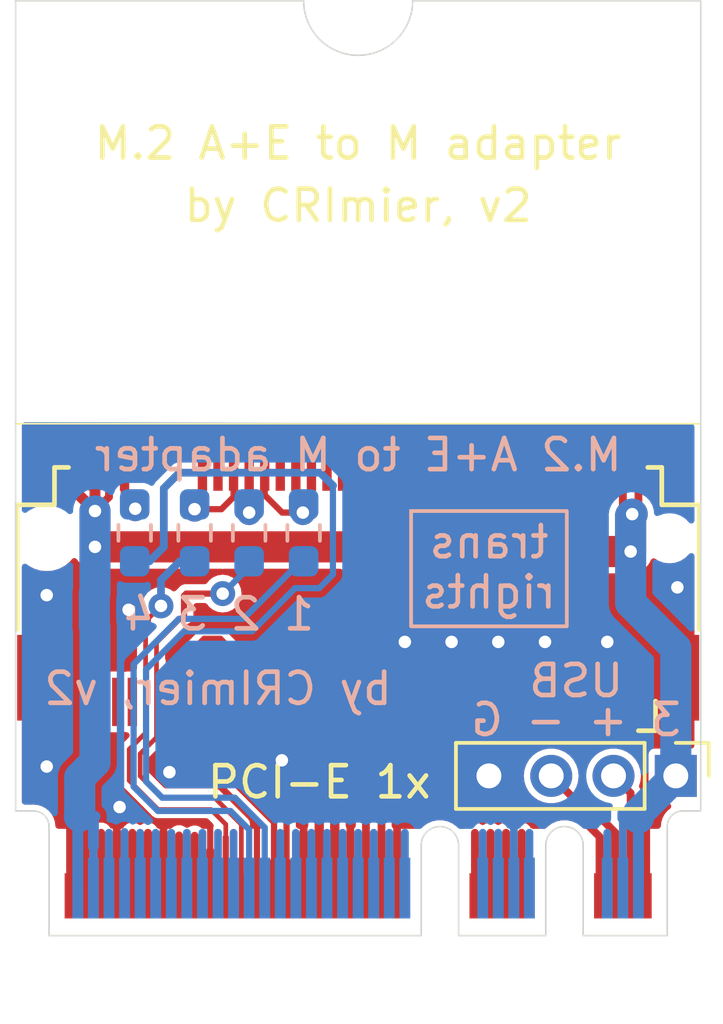
<source format=kicad_pcb>
(kicad_pcb (version 20211014) (generator pcbnew)
  (layers (0 "F.Cu" signal) (31 "B.Cu" signal) (34 "B.Paste" user) (35 "F.Paste" user) (36 "B.SilkS" user "B.Silkscreen") (37 "F.SilkS" user "F.Silkscreen") (38 "B.Mask" user) (39 "F.Mask" user) (44 "Edge.Cuts" user))
  (net 0 "")
  (net 1 "DEVSLP")
  (net 2 "Net-(R3-Pad2)")
  (net 3 "~{PERST}")
  (net 4 "~{CLKREQ}")
  (net 5 "~{PEWAKE}")
  (net 6 "GND")
  (net 7 "+3V3")
  (net 8 "/PCIE_~{SATA}")
  (net 9 "Net-(U1-Pad67)")
  (net 10 "Net-(U1-Pad58)")
  (net 11 "Net-(U1-Pad56)")
  (net 12 "/REFCLK+")
  (net 13 "/REFCLK-")
  (net 14 "/PET0+")
  (net 15 "Net-(U1-Pad48)")
  (net 16 "/PET0-")
  (net 17 "Net-(U1-Pad46)")
  (net 18 "Net-(U1-Pad44)")
  (net 19 "/PER0+")
  (net 20 "Net-(U1-Pad42)")
  (net 21 "/PER0-")
  (net 22 "Net-(U1-Pad40)")
  (net 23 "Net-(U1-Pad36)")
  (net 24 "Net-(U1-Pad34)")
  (net 25 "Net-(U1-Pad32)")
  (net 26 "Net-(U1-Pad30)")
  (net 27 "Net-(U1-Pad28)")
  (net 28 "Net-(U1-Pad26)")
  (net 29 "Net-(U1-Pad25)")
  (net 30 "Net-(U1-Pad24)")
  (net 31 "Net-(U1-Pad23)")
  (net 32 "Net-(U1-Pad22)")
  (net 33 "Net-(U1-Pad20)")
  (net 34 "Net-(U1-Pad11)")
  (net 35 "Net-(U1-Pad8)")
  (net 36 "Net-(U1-Pad7)")
  (net 37 "Net-(U1-Pad6)")
  (net 38 "Net-(U1-Pad5)")
  (net 39 "Net-(U1-Pad13)")
  (net 40 "Net-(U1-Pad17)")
  (net 41 "Net-(U1-Pad19)")
  (net 42 "Net-(U2-Pad67)")
  (net 43 "Net-(U2-Pad58)")
  (net 44 "Net-(U2-Pad56)")
  (net 45 "Net-(U2-Pad48)")
  (net 46 "Net-(U2-Pad46)")
  (net 47 "Net-(U2-Pad44)")
  (net 48 "Net-(U2-Pad42)")
  (net 49 "Net-(U2-Pad40)")
  (net 50 "Net-(U2-Pad36)")
  (net 51 "Net-(U2-Pad34)")
  (net 52 "Net-(U2-Pad32)")
  (net 53 "Net-(U2-Pad23)")
  (net 54 "Net-(U2-Pad22)")
  (net 55 "Net-(U2-Pad20)")
  (net 56 "D+")
  (net 57 "D-")
  (net 58 "Net-(U2-Pad6)")
  (net 59 "Net-(R1-Pad1)")
  (net 60 "Net-(R2-Pad1)")
  (net 61 "Net-(U1-Pad10)")
  (net 62 "Net-(U1-Pad29)")
  (net 63 "Net-(U1-Pad31)")
  (net 64 "Net-(U2-Pad16)")
  (net 65 "Net-(U2-Pad17)")
  (net 66 "Net-(U2-Pad19)")
  (net 67 "Net-(U2-Pad21)")
  (net 68 "Net-(U2-Pad38)")
  (net 69 "Net-(U2-Pad54)")
  (net 70 "Net-(U2-Pad59)")
  (net 71 "Net-(U2-Pad60)")
  (net 72 "Net-(U2-Pad61)")
  (net 73 "Net-(U2-Pad62)")
  (net 74 "Net-(U2-Pad64)")
  (net 75 "Net-(U2-Pad65)")
  (net 76 "Net-(U2-Pad66)")
  (net 77 "Net-(U2-Pad68)")
  (net 78 "Net-(U2-Pad70)")
  (net 79 "Net-(U2-Pad71)")
  (net 80 "Net-(U2-Pad73)")
  (net 81 "Net-(R4-Pad2)")
  (net 82 "SUSCLK")
  (footprint "nvme_ae_to_m:Conn_TE-M.2-0.5-67P-doublesided_TypeM" (layer "F.Cu") (at 140 158.15 180)
    (fp_text reference "U1")
    (fp_text value "NGFF_M")
    (fp_line (start -9.55 -6.2) (end -9 -6.2) (layer "F.SilkS") (width 0.15))
    (fp_line (start 9.75 2.25) (end 9.3 2.25) (layer "F.SilkS") (width 0.15))
    (fp_line (start -9.75 1.05) (end -10.95 1.05) (layer "F.SilkS") (width 0.15))
    (fp_line (start -9.3 2.25) (end -9.75 2.25) (layer "F.SilkS") (width 0.15))
    (fp_line (start -10.95 1.05) (end -10.95 -2.95) (layer "F.SilkS") (width 0.15))
    (fp_line (start -9.55 -5.25) (end -9.55 -6.2) (layer "F.SilkS") (width 0.15))
    (fp_line (start 10.95 1.05) (end 10.95 -2.95) (layer "F.SilkS") (width 0.15))
    (fp_line (start 9.75 1.05) (end 9.75 2.25) (layer "F.SilkS") (width 0.15))
    (fp_line (start -9.75 2.25) (end -9.75 1.05) (layer "F.SilkS") (width 0.15))
    (fp_line (start 10.95 1.05) (end 9.75 1.05) (layer "F.SilkS") (width 0.15))
    (pad "" np_thru_hole circle locked (at -10 -0.025 180) (size 1.1 1.1) (drill 1.1) (layers *.Cu))
    (pad "" np_thru_hole circle locked (at 10 -0.025 180) (size 1.6 1.6) (drill 1.6) (layers *.Cu))
    (pad "1" smd rect locked (at -9.25 -5.275 180) (size 0.3 1.55) (layers "F.Cu" "F.Paste" "F.Mask") (net 6 "GND"))
    (pad "2" smd rect locked (at -9 2.275 180) (size 0.3 1.55) (layers "F.Cu" "F.Paste" "F.Mask") (net 7 "+3V3"))
    (pad "3" smd rect locked (at -8.75 -5.275 180) (size 0.3 1.55) (layers "F.Cu" "F.Paste" "F.Mask") (net 6 "GND"))
    (pad "4" smd rect locked (at -8.5 2.275 180) (size 0.3 1.55) (layers "F.Cu" "F.Paste" "F.Mask") (net 7 "+3V3"))
    (pad "5" smd rect locked (at -8.25 -5.275 180) (size 0.3 1.55) (layers "F.Cu" "F.Paste" "F.Mask") (net 38 "Net-(U1-Pad5)"))
    (pad "6" smd rect locked (at -8 2.275 180) (size 0.3 1.55) (layers "F.Cu" "F.Paste" "F.Mask") (net 37 "Net-(U1-Pad6)"))
    (pad "7" smd rect locked (at -7.75 -5.275 180) (size 0.3 1.55) (layers "F.Cu" "F.Paste" "F.Mask") (net 36 "Net-(U1-Pad7)"))
    (pad "8" smd rect locked (at -7.5 2.275 180) (size 0.3 1.55) (layers "F.Cu" "F.Paste" "F.Mask") (net 35 "Net-(U1-Pad8)"))
    (pad "9" smd rect locked (at -7.25 -5.275 180) (size 0.3 1.55) (layers "F.Cu" "F.Paste" "F.Mask") (net 6 "GND"))
    (pad "10" smd rect locked (at -7 2.275 180) (size 0.3 1.55) (layers "F.Cu" "F.Paste" "F.Mask") (net 61 "Net-(U1-Pad10)"))
    (pad "11" smd rect locked (at -6.75 -5.275 180) (size 0.3 1.55) (layers "F.Cu" "F.Paste" "F.Mask") (net 34 "Net-(U1-Pad11)"))
    (pad "12" smd rect locked (at -6.5 2.275 180) (size 0.3 1.55) (layers "F.Cu" "F.Paste" "F.Mask") (net 7 "+3V3"))
    (pad "13" smd rect locked (at -6.25 -5.275 180) (size 0.3 1.55) (layers "F.Cu" "F.Paste" "F.Mask") (net 39 "Net-(U1-Pad13)"))
    (pad "14" smd rect locked (at -6 2.275 180) (size 0.3 1.55) (layers "F.Cu" "F.Paste" "F.Mask") (net 7 "+3V3"))
    (pad "15" smd rect locked (at -5.75 -5.275 180) (size 0.3 1.55) (layers "F.Cu" "F.Paste" "F.Mask") (net 6 "GND"))
    (pad "16" smd rect locked (at -5.5 2.275 180) (size 0.3 1.55) (layers "F.Cu" "F.Paste" "F.Mask") (net 7 "+3V3"))
    (pad "17" smd rect locked (at -5.25 -5.275 180) (size 0.3 1.55) (layers "F.Cu" "F.Paste" "F.Mask") (net 40 "Net-(U1-Pad17)"))
    (pad "18" smd rect locked (at -5 2.275 180) (size 0.3 1.55) (layers "F.Cu" "F.Paste" "F.Mask") (net 7 "+3V3"))
    (pad "19" smd rect locked (at -4.75 -5.275 180) (size 0.3 1.55) (layers "F.Cu" "F.Paste" "F.Mask") (net 41 "Net-(U1-Pad19)"))
    (pad "20" smd rect locked (at -4.5 2.275 180) (size 0.3 1.55) (layers "F.Cu" "F.Paste" "F.Mask") (net 33 "Net-(U1-Pad20)"))
    (pad "21" smd rect locked (at -4.25 -5.275 180) (size 0.3 1.55) (layers "F.Cu" "F.Paste" "F.Mask") (net 6 "GND"))
    (pad "22" smd rect locked (at -4 2.275 180) (size 0.3 1.55) (layers "F.Cu" "F.Paste" "F.Mask") (net 32 "Net-(U1-Pad22)"))
    (pad "23" smd rect locked (at -3.75 -5.275 180) (size 0.3 1.55) (layers "F.Cu" "F.Paste" "F.Mask") (net 31 "Net-(U1-Pad23)"))
    (pad "24" smd rect locked (at -3.5 2.275 180) (size 0.3 1.55) (layers "F.Cu" "F.Paste" "F.Mask") (net 30 "Net-(U1-Pad24)"))
    (pad "25" smd rect locked (at -3.25 -5.275 180) (size 0.3 1.55) (layers "F.Cu" "F.Paste" "F.Mask") (net 29 "Net-(U1-Pad25)"))
    (pad "26" smd rect locked (at -3 2.275 180) (size 0.3 1.55) (layers "F.Cu" "F.Paste" "F.Mask") (net 28 "Net-(U1-Pad26)"))
    (pad "27" smd rect locked (at -2.75 -5.275 180) (size 0.3 1.55) (layers "F.Cu" "F.Paste" "F.Mask") (net 6 "GND"))
    (pad "28" smd rect locked (at -2.5 2.275 180) (size 0.3 1.55) (layers "F.Cu" "F.Paste" "F.Mask") (net 27 "Net-(U1-Pad28)"))
    (pad "29" smd rect locked (at -2.25 -5.275 180) (size 0.3 1.55) (layers "F.Cu" "F.Paste" "F.Mask") (net 62 "Net-(U1-Pad29)"))
    (pad "30" smd rect locked (at -2 2.275 180) (size 0.3 1.55) (layers "F.Cu" "F.Paste" "F.Mask") (net 26 "Net-(U1-Pad30)"))
    (pad "31" smd rect locked (at -1.75 -5.275 180) (size 0.3 1.55) (layers "F.Cu" "F.Paste" "F.Mask") (net 63 "Net-(U1-Pad31)"))
    (pad "32" smd rect locked (at -1.5 2.275 180) (size 0.3 1.55) (layers "F.Cu" "F.Paste" "F.Mask") (net 25 "Net-(U1-Pad32)"))
    (pad "33" smd rect locked (at -1.25 -5.275 180) (size 0.3 1.55) (layers "F.Cu" "F.Paste" "F.Mask") (net 6 "GND"))
    (pad "34" smd rect locked (at -1 2.275 180) (size 0.3 1.55) (layers "F.Cu" "F.Paste" "F.Mask") (net 24 "Net-(U1-Pad34)"))
    (pad "36" smd rect locked (at -0.5 2.275 180) (size 0.3 1.55) (layers "F.Cu" "F.Paste" "F.Mask") (net 23 "Net-(U1-Pad36)"))
    (pad "38" smd rect locked (at 0 2.275 180) (size 0.3 1.55) (layers "F.Cu" "F.Paste" "F.Mask") (net 1 "DEVSLP"))
    (pad "39" smd rect locked (at 0.25 -5.275 180) (size 0.3 1.55) (layers "F.Cu" "F.Paste" "F.Mask") (net 6 "GND"))
    (pad "40" smd rect locked (at 0.5 2.275 180) (size 0.3 1.55) (layers "F.Cu" "F.Paste" "F.Mask") (net 22 "Net-(U1-Pad40)"))
    (pad "41" smd rect locked (at 0.75 -5.275 180) (size 0.3 1.55) (layers "F.Cu" "F.Paste" "F.Mask") (net 14 "/PET0+"))
    (pad "42" smd rect locked (at 1 2.275 180) (size 0.3 1.55) (layers "F.Cu" "F.Paste" "F.Mask") (net 20 "Net-(U1-Pad42)"))
    (pad "43" smd rect locked (at 1.25 -5.275 180) (size 0.3 1.55) (layers "F.Cu" "F.Paste" "F.Mask") (net 16 "/PET0-"))
    (pad "44" smd rect locked (at 1.5 2.275 180) (size 0.3 1.55) (layers "F.Cu" "F.Paste" "F.Mask") (net 18 "Net-(U1-Pad44)"))
    (pad "45" smd rect locked (at 1.75 -5.275 180) (size 0.3 1.55) (layers "F.Cu" "F.Paste" "F.Mask") (net 6 "GND"))
    (pad "46" smd rect locked (at 2 2.275 180) (size 0.3 1.55) (layers "F.Cu" "F.Paste" "F.Mask") (net 17 "Net-(U1-Pad46)"))
    (pad "47" smd rect locked (at 2.25 -5.275 180) (size 0.3 1.55) (layers "F.Cu" "F.Paste" "F.Mask") (net 21 "/PER0-"))
    (pad "48" smd rect locked (at 2.5 2.275 180) (size 0.3 1.55) (layers "F.Cu" "F.Paste" "F.Mask") (net 15 "Net-(U1-Pad48)"))
    (pad "49" smd rect locked (at 2.75 -5.275 180) (size 0.3 1.55) (layers "F.Cu" "F.Paste" "F.Mask") (net 19 "/PER0+"))
    (pad "50" smd rect locked (at 3 2.275 180) (size 0.3 1.55) (layers "F.Cu" "F.Paste" "F.Mask") (net 3 "~{PERST}"))
    (pad "51" smd rect locked (at 3.25 -5.275 180) (size 0.3 1.55) (layers "F.Cu" "F.Paste" "F.Mask") (net 6 "GND"))
    (pad "52" smd rect locked (at 3.5 2.275 180) (size 0.3 1.55) (layers "F.Cu" "F.Paste" "F.Mask") (net 4 "~{CLKREQ}"))
    (pad "53" smd rect locked (at 3.75 -5.275 180) (size 0.3 1.55) (layers "F.Cu" "F.Paste" "F.Mask") (net 13 "/REFCLK-"))
    (pad "54" smd rect locked (at 4 2.275 180) (size 0.3 1.55) (layers "F.Cu" "F.Paste" "F.Mask") (net 5 "~{PEWAKE}"))
    (pad "55" smd rect locked (at 4.25 -5.275 180) (size 0.3 1.55) (layers "F.Cu" "F.Paste" "F.Mask") (net 12 "/REFCLK+"))
    (pad "56" smd rect locked (at 4.5 2.275 180) (size 0.3 1.55) (layers "F.Cu" "F.Paste" "F.Mask") (net 11 "Net-(U1-Pad56)"))
    (pad "57" smd rect locked (at 4.75 -5.275 180) (size 0.3 1.55) (layers "F.Cu" "F.Paste" "F.Mask") (net 6 "GND"))
    (pad "58" smd rect locked (at 5 2.275 180) (size 0.3 1.55) (layers "F.Cu" "F.Paste" "F.Mask") (net 10 "Net-(U1-Pad58)"))
    (pad "67" smd rect locked (at 7.25 -5.275 180) (size 0.3 1.55) (layers "F.Cu" "F.Paste" "F.Mask") (net 9 "Net-(U1-Pad67)"))
    (pad "68" smd rect locked (at 7.5 2.275 180) (size 0.3 1.55) (layers "F.Cu" "F.Paste" "F.Mask") (net 82 "SUSCLK"))
    (pad "69" smd rect locked (at 7.75 -5.275 180) (size 0.3 1.55) (layers "F.Cu" "F.Paste" "F.Mask") (net 8 "/PCIE_~{SATA}"))
    (pad "70" smd rect locked (at 8 2.275 180) (size 0.3 1.55) (layers "F.Cu" "F.Paste" "F.Mask") (net 7 "+3V3"))
    (pad "71" smd rect locked (at 8.25 -5.275 180) (size 0.3 1.55) (layers "F.Cu" "F.Paste" "F.Mask") (net 6 "GND"))
    (pad "72" smd rect locked (at 8.5 2.275 180) (size 0.3 1.55) (layers "F.Cu" "F.Paste" "F.Mask") (net 7 "+3V3"))
    (pad "73" smd rect locked (at 8.75 -5.275 180) (size 0.3 1.55) (layers "F.Cu" "F.Paste" "F.Mask") (net 6 "GND"))
    (pad "74" smd rect locked (at 9 2.275 180) (size 0.3 1.55) (layers "F.Cu" "F.Paste" "F.Mask") (net 7 "+3V3"))
    (pad "75" smd rect locked (at 9.25 -5.275 180) (size 0.3 1.55) (layers "F.Cu" "F.Paste" "F.Mask") (net 6 "GND"))
    (pad "MP" smd rect locked (at 10.35 -4.5 180) (size 1.2 2.75) (layers "F.Cu" "F.Paste" "F.Mask") (net 6 "GND"))
    (pad "MP" smd rect locked (at -10.35 -4.5 180) (size 1.2 2.75) (layers "F.Cu" "F.Paste" "F.Mask") (net 6 "GND"))
  )
  (footprint "Connector_PinHeader_2.00mm:PinHeader_1x04_P2.00mm_Vertical" (layer "F.Cu") (at 150.2 165.8 -90)
    (fp_text reference "J1" hide)
    (fp_text value "USB")
    (fp_line (start 1.06 1) (end 1.06 7.06) (layer "F.SilkS") (width 0.12))
    (fp_line (start -1.06 7.06) (end 1.06 7.06) (layer "F.SilkS") (width 0.12))
    (fp_line (start -1.06 1) (end -1.06 7.06) (layer "F.SilkS") (width 0.12))
    (fp_line (start -1.06 1) (end 1.06 1) (layer "F.SilkS") (width 0.12))
    (fp_line (start -1.06 0) (end -1.06 -1.06) (layer "F.SilkS") (width 0.12))
    (fp_line (start -1.06 -1.06) (end 0 -1.06) (layer "F.SilkS") (width 0.12))
    (pad "1" thru_hole rect locked (at 0 0 270) (size 1.35 1.35) (drill 0.8) (layers *.Cu *.Mask) (net 7 "+3V3"))
    (pad "2" thru_hole oval locked (at 0 2 270) (size 1.35 1.35) (drill 0.8) (layers *.Cu *.Mask) (net 56 "D+"))
    (pad "3" thru_hole oval locked (at 0 4 270) (size 1.35 1.35) (drill 0.8) (layers *.Cu *.Mask) (net 57 "D-"))
    (pad "4" thru_hole oval locked (at 0 6 270) (size 1.35 1.35) (drill 0.8) (layers *.Cu *.Mask) (net 6 "GND"))
  )
  (footprint "nvme_ae_to_m:NGFF_A+E" (layer "F.Cu") (at 140 170.925)
    (fp_text reference "U2" hide)
    (fp_text value "NGFF_AE")
    (fp_line (start 2.025 0) (end 2.025 -2.9) (layer "Edge.Cuts") (width 0.05))
    (fp_line (start 7.225 0) (end 9.925 0) (layer "Edge.Cuts") (width 0.05))
    (fp_line (start 3.225 0) (end 6.025 0) (layer "Edge.Cuts") (width 0.05))
    (fp_line (start 7.225 -2.9) (end 7.225 0) (layer "Edge.Cuts") (width 0.05))
    (fp_line (start 9.925 0) (end 9.925 -3.5) (layer "Edge.Cuts") (width 0.05))
    (fp_line (start 10.425 -4) (end 11 -4) (layer "Edge.Cuts") (width 0.05))
    (fp_line (start -11 -4) (end -10.425 -4) (layer "Edge.Cuts") (width 0.05))
    (fp_line (start -9.925 0) (end 2.025 0) (layer "Edge.Cuts") (width 0.05))
    (fp_line (start 3.225 -2.9) (end 3.225 0) (layer "Edge.Cuts") (width 0.05))
    (fp_line (start -9.925 -3.5) (end -9.925 0) (layer "Edge.Cuts") (width 0.05))
    (fp_line (start 6.025 0) (end 6.025 -2.9) (layer "Edge.Cuts") (width 0.05))
    (fp_arc (start 2.025 -2.9) (mid 2.625 -3.5) (end 3.225 -2.9) (layer "Edge.Cuts") (width 0.05))
    (fp_arc (start 9.925 -3.5) (mid 10.071447 -3.853553) (end 10.425 -4) (layer "Edge.Cuts") (width 0.05))
    (fp_arc (start -10.425 -4) (mid -10.071447 -3.853553) (end -9.925 -3.5) (layer "Edge.Cuts") (width 0.05))
    (fp_arc (start 6.025 -2.9) (mid 6.625 -3.5) (end 7.225 -2.9) (layer "Edge.Cuts") (width 0.05))
    (pad "1" smd rect locked (at 9.25 -1.275) (size 0.35 1.45) (layers "F.Cu") (net 6 "GND"))
    (pad "2" smd rect locked (at 9 -1.525) (size 0.35 1.95) (layers "B.Cu") (net 7 "+3V3"))
    (pad "3" smd rect locked (at 8.75 -1.275) (size 0.35 1.45) (layers "F.Cu") (net 56 "D+"))
    (pad "4" smd rect locked (at 8.5 -1.525) (size 0.35 1.95) (layers "B.Cu") (net 7 "+3V3"))
    (pad "5" smd rect locked (at 8.25 -1.275) (size 0.35 1.45) (layers "F.Cu") (net 57 "D-"))
    (pad "6" smd rect locked (at 8 -1.525) (size 0.35 1.95) (layers "B.Cu") (net 58 "Net-(U2-Pad6)"))
    (pad "7" smd rect locked (at 7.75 -1.275) (size 0.35 1.45) (layers "F.Cu") (net 6 "GND"))
    (pad "16" smd rect locked (at 5.5 -1.525) (size 0.35 1.95) (layers "B.Cu") (net 64 "Net-(U2-Pad16)"))
    (pad "17" smd rect locked (at 5.25 -1.275) (size 0.35 1.45) (layers "F.Cu") (net 65 "Net-(U2-Pad17)"))
    (pad "18" smd rect locked (at 5 -1.525) (size 0.35 1.95) (layers "B.Cu") (net 6 "GND"))
    (pad "19" smd rect locked (at 4.75 -1.275) (size 0.35 1.45) (layers "F.Cu") (net 66 "Net-(U2-Pad19)"))
    (pad "20" smd rect locked (at 4.5 -1.525) (size 0.35 1.95) (layers "B.Cu") (net 55 "Net-(U2-Pad20)"))
    (pad "21" smd rect locked (at 4.25 -1.275) (size 0.35 1.45) (layers "F.Cu") (net 67 "Net-(U2-Pad21)"))
    (pad "22" smd rect locked (at 4 -1.525) (size 0.35 1.95) (layers "B.Cu") (net 54 "Net-(U2-Pad22)"))
    (pad "23" smd rect locked (at 3.75 -1.275) (size 0.35 1.45) (layers "F.Cu") (net 53 "Net-(U2-Pad23)"))
    (pad "32" smd rect locked (at 1.5 -1.525) (size 0.35 1.95) (layers "B.Cu") (net 52 "Net-(U2-Pad32)"))
    (pad "33" smd rect locked (at 1.25 -1.275) (size 0.35 1.45) (layers "F.Cu") (net 6 "GND"))
    (pad "34" smd rect locked (at 1 -1.525) (size 0.35 1.95) (layers "B.Cu") (net 51 "Net-(U2-Pad34)"))
    (pad "35" smd rect locked (at 0.75 -1.275) (size 0.35 1.45) (layers "F.Cu") (net 19 "/PER0+"))
    (pad "36" smd rect locked (at 0.5 -1.525) (size 0.35 1.95) (layers "B.Cu") (net 50 "Net-(U2-Pad36)"))
    (pad "37" smd rect locked (at 0.25 -1.275) (size 0.35 1.45) (layers "F.Cu") (net 21 "/PER0-"))
    (pad "38" smd rect locked (at 0 -1.525) (size 0.35 1.95) (layers "B.Cu") (net 68 "Net-(U2-Pad38)"))
    (pad "39" smd rect locked (at -0.25 -1.275) (size 0.35 1.45) (layers "F.Cu") (net 6 "GND"))
    (pad "40" smd rect locked (at -0.5 -1.525) (size 0.35 1.95) (layers "B.Cu") (net 49 "Net-(U2-Pad40)"))
    (pad "41" smd rect locked (at -0.75 -1.275) (size 0.35 1.45) (layers "F.Cu") (net 14 "/PET0+"))
    (pad "42" smd rect locked (at -1 -1.525) (size 0.35 1.95) (layers "B.Cu") (net 48 "Net-(U2-Pad42)"))
    (pad "43" smd rect locked (at -1.25 -1.275) (size 0.35 1.45) (layers "F.Cu") (net 16 "/PET0-"))
    (pad "44" smd rect locked (at -1.5 -1.525) (size 0.35 1.95) (layers "B.Cu") (net 47 "Net-(U2-Pad44)"))
    (pad "45" smd rect locked (at -1.75 -1.275) (size 0.35 1.45) (layers "F.Cu") (net 6 "GND"))
    (pad "46" smd rect locked (at -2 -1.525) (size 0.35 1.95) (layers "B.Cu") (net 46 "Net-(U2-Pad46)"))
    (pad "47" smd rect locked (at -2.25 -1.275) (size 0.35 1.45) (layers "F.Cu") (net 12 "/REFCLK+"))
    (pad "48" smd rect locked (at -2.5 -1.525) (size 0.35 1.95) (layers "B.Cu") (net 45 "Net-(U2-Pad48)"))
    (pad "49" smd rect locked (at -2.75 -1.275) (size 0.35 1.45) (layers "F.Cu") (net 13 "/REFCLK-"))
    (pad "50" smd rect locked (at -3 -1.525) (size 0.35 1.95) (layers "B.Cu") (net 81 "Net-(R4-Pad2)"))
    (pad "51" smd rect locked (at -3.25 -1.275) (size 0.35 1.45) (layers "F.Cu") (net 6 "GND"))
    (pad "52" smd rect locked (at -3.5 -1.525) (size 0.35 1.95) (layers "B.Cu") (net 2 "Net-(R3-Pad2)"))
    (pad "53" smd rect locked (at -3.75 -1.275) (size 0.35 1.45) (layers "F.Cu") (net 59 "Net-(R1-Pad1)"))
    (pad "54" smd rect locked (at -4 -1.525) (size 0.35 1.95) (layers "B.Cu") (net 69 "Net-(U2-Pad54)"))
    (pad "55" smd rect locked (at -4.25 -1.275) (size 0.35 1.45) (layers "F.Cu") (net 60 "Net-(R2-Pad1)"))
    (pad "56" smd rect locked (at -4.5 -1.525) (size 0.35 1.95) (layers "B.Cu") (net 44 "Net-(U2-Pad56)"))
    (pad "57" smd rect locked (at -4.75 -1.275) (size 0.35 1.45) (layers "F.Cu") (net 6 "GND"))
    (pad "58" smd rect locked (at -5 -1.525) (size 0.35 1.95) (layers "B.Cu") (net 43 "Net-(U2-Pad58)"))
    (pad "59" smd rect locked (at -5.25 -1.275) (size 0.35 1.45) (layers "F.Cu") (net 70 "Net-(U2-Pad59)"))
    (pad "60" smd rect locked (at -5.5 -1.525) (size 0.35 1.95) (layers "B.Cu") (net 71 "Net-(U2-Pad60)"))
    (pad "61" smd rect locked (at -5.75 -1.275) (size 0.35 1.45) (layers "F.Cu") (net 72 "Net-(U2-Pad61)"))
    (pad "62" smd rect locked (at -6 -1.525) (size 0.35 1.95) (layers "B.Cu") (net 73 "Net-(U2-Pad62)"))
    (pad "63" smd rect locked (at -6.25 -1.275) (size 0.35 1.45) (layers "F.Cu") (net 6 "GND"))
    (pad "64" smd rect locked (at -6.5 -1.525) (size 0.35 1.95) (layers "B.Cu") (net 74 "Net-(U2-Pad64)"))
    (pad "65" smd rect locked (at -6.75 -1.275) (size 0.35 1.45) (layers "F.Cu") (net 75 "Net-(U2-Pad65)"))
    (pad "66" smd rect locked (at -7 -1.525) (size 0.35 1.95) (layers "B.Cu") (net 76 "Net-(U2-Pad66)"))
    (pad "67" smd rect locked (at -7.25 -1.275) (size 0.35 1.45) (layers "F.Cu") (net 42 "Net-(U2-Pad67)"))
    (pad "68" smd rect locked (at -7.5 -1.525) (size 0.35 1.95) (layers "B.Cu") (net 77 "Net-(U2-Pad68)"))
    (pad "69" smd rect locked (at -7.75 -1.275) (size 0.35 1.45) (layers "F.Cu") (net 6 "GND"))
    (pad "70" smd rect locked (at -8 -1.525) (size 0.35 1.95) (layers "B.Cu") (net 78 "Net-(U2-Pad70)"))
    (pad "71" smd rect locked (at -8.25 -1.275) (size 0.35 1.45) (layers "F.Cu") (net 79 "Net-(U2-Pad71)"))
    (pad "72" smd rect locked (at -8.5 -1.525) (size 0.35 1.95) (layers "B.Cu") (net 7 "+3V3"))
    (pad "73" smd rect locked (at -8.75 -1.275) (size 0.35 1.45) (layers "F.Cu") (net 80 "Net-(U2-Pad73)"))
    (pad "74" smd rect locked (at -9 -1.525) (size 0.35 1.95) (layers "B.Cu") (net 7 "+3V3"))
    (pad "75" smd rect locked (at -9.25 -1.275) (size 0.35 1.45) (layers "F.Cu") (net 6 "GND"))
  )
  (footprint "nvme_ae_to_m:hole" (layer "F.Cu") (at 130.8 153)
    (fp_text reference "REF**" hide)
    (fp_text value "hole")
    (pad "" np_thru_hole circle locked (at 0 0) (size 0.8 0.8) (drill 0.8) (layers *.Cu *.Mask))
  )
  (footprint "nvme_ae_to_m:hole" (layer "F.Cu") (at 133 153)
    (fp_text reference "REF**" hide)
    (fp_text value "hole")
    (pad "" np_thru_hole circle locked (at 0 0) (size 0.8 0.8) (drill 0.8) (layers *.Cu *.Mask))
  )
  (footprint "nvme_ae_to_m:hole" (layer "F.Cu") (at 135 153)
    (fp_text reference "REF**" hide)
    (fp_text value "hole")
    (pad "" np_thru_hole circle locked (at 0 0) (size 0.8 0.8) (drill 0.8) (layers *.Cu *.Mask))
  )
  (footprint "nvme_ae_to_m:hole" (layer "F.Cu") (at 137 153)
    (fp_text reference "REF**" hide)
    (fp_text value "hole")
    (pad "" np_thru_hole circle locked (at 0 0) (size 0.8 0.8) (drill 0.8) (layers *.Cu *.Mask))
  )
  (footprint "nvme_ae_to_m:hole" (layer "F.Cu") (at 139 153)
    (fp_text reference "REF**" hide)
    (fp_text value "hole")
    (pad "" np_thru_hole circle locked (at 0 0) (size 0.8 0.8) (drill 0.8) (layers *.Cu *.Mask))
  )
  (footprint "nvme_ae_to_m:hole" (layer "F.Cu") (at 141 153)
    (fp_text reference "REF**" hide)
    (fp_text value "hole")
    (pad "" np_thru_hole circle locked (at 0 0) (size 0.8 0.8) (drill 0.8) (layers *.Cu *.Mask))
  )
  (footprint "nvme_ae_to_m:hole" (layer "F.Cu") (at 143 153)
    (fp_text reference "REF**" hide)
    (fp_text value "hole")
    (pad "" np_thru_hole circle locked (at 0 0) (size 0.8 0.8) (drill 0.8) (layers *.Cu *.Mask))
  )
  (footprint "nvme_ae_to_m:hole" (layer "F.Cu") (at 145 153)
    (fp_text reference "REF**" hide)
    (fp_text value "hole")
    (pad "" np_thru_hole circle locked (at 0 0) (size 0.8 0.8) (drill 0.8) (layers *.Cu *.Mask))
  )
  (footprint "nvme_ae_to_m:hole" (layer "F.Cu") (at 147 153)
    (fp_text reference "REF**" hide)
    (fp_text value "hole")
    (pad "" np_thru_hole circle locked (at 0 0) (size 0.8 0.8) (drill 0.8) (layers *.Cu *.Mask))
  )
  (footprint "nvme_ae_to_m:hole" (layer "F.Cu") (at 149.1 153)
    (fp_text reference "REF**" hide)
    (fp_text value "hole")
    (pad "" np_thru_hole circle locked (at 0 0) (size 0.8 0.8) (drill 0.8) (layers *.Cu *.Mask))
  )
  (footprint "Resistor_SMD:R_0603_1608Metric_Pad0.98x0.95mm_HandSolder" (layer "B.Cu") (at 136.5 158 90)
    (fp_text reference "R1" hide)
    (fp_text value "0R")
    (fp_line (start -0.254724 0.5225) (end 0.254724 0.5225) (layer "B.SilkS") (width 0.12))
    (fp_line (start -0.254724 -0.5225) (end 0.254724 -0.5225) (layer "B.SilkS") (width 0.12))
    (pad "1" smd roundrect locked (at -0.9125 0 90) (size 0.975 0.95) (layers "B.Cu" "B.Paste" "B.Mask") (net 59 "Net-(R1-Pad1)"))
    (pad "2" smd roundrect locked (at 0.9125 0 90) (size 0.975 0.95) (layers "B.Cu" "B.Paste" "B.Mask") (net 4 "~{CLKREQ}"))
  )
  (footprint "Resistor_SMD:R_0603_1608Metric_Pad0.98x0.95mm_HandSolder" (layer "B.Cu") (at 134.75 158 90)
    (fp_text reference "R2" hide)
    (fp_text value "0R")
    (fp_line (start -0.254724 0.5225) (end 0.254724 0.5225) (layer "B.SilkS") (width 0.12))
    (fp_line (start -0.254724 -0.5225) (end 0.254724 -0.5225) (layer "B.SilkS") (width 0.12))
    (pad "1" smd roundrect locked (at -0.9125 0 90) (size 0.975 0.95) (layers "B.Cu" "B.Paste" "B.Mask") (net 60 "Net-(R2-Pad1)"))
    (pad "2" smd roundrect locked (at 0.9125 0 90) (size 0.975 0.95) (layers "B.Cu" "B.Paste" "B.Mask") (net 5 "~{PEWAKE}"))
  )
  (footprint "Resistor_SMD:R_0603_1608Metric_Pad0.98x0.95mm_HandSolder" (layer "B.Cu") (at 138.25 158 -90)
    (fp_text reference "R3" hide)
    (fp_text value "0R")
    (fp_line (start -0.254724 0.5225) (end 0.254724 0.5225) (layer "B.SilkS") (width 0.12))
    (fp_line (start -0.254724 -0.5225) (end 0.254724 -0.5225) (layer "B.SilkS") (width 0.12))
    (pad "1" smd roundrect locked (at -0.9125 0 270) (size 0.975 0.95) (layers "B.Cu" "B.Paste" "B.Mask") (net 3 "~{PERST}"))
    (pad "2" smd roundrect locked (at 0.9125 0 270) (size 0.975 0.95) (layers "B.Cu" "B.Paste" "B.Mask") (net 2 "Net-(R3-Pad2)"))
  )
  (footprint "Resistor_SMD:R_0603_1608Metric_Pad0.98x0.95mm_HandSolder" (layer "B.Cu") (at 132.825 158 -90)
    (fp_text reference "R4" hide)
    (fp_text value "0R")
    (fp_line (start -0.254724 -0.5225) (end 0.254724 -0.5225) (layer "B.SilkS") (width 0.12))
    (fp_line (start -0.254724 0.5225) (end 0.254724 0.5225) (layer "B.SilkS") (width 0.12))
    (pad "1" smd roundrect locked (at -0.9125 0 270) (size 0.975 0.95) (layers "B.Cu" "B.Paste" "B.Mask") (net 82 "SUSCLK"))
    (pad "2" smd roundrect locked (at 0.9125 0 270) (size 0.975 0.95) (layers "B.Cu" "B.Paste" "B.Mask") (net 81 "Net-(R4-Pad2)"))
  )
  (gr_rect (start 141.7 157.3) (end 146.7 161) (layer "B.SilkS") (width 0.12) (fill none))
  (gr_line (start 151 154.5) (end 129 154.5) (layer "F.SilkS") (width 0.05))
  (gr_line (start 141.75 140.925) (end 151 140.925) (layer "Edge.Cuts") (width 0.05))
  (gr_line (start 138.25 140.925) (end 129 140.925) (layer "Edge.Cuts") (width 0.05))
  (gr_line (start 151 166.925) (end 151 140.925) (layer "Edge.Cuts") (width 0.05))
  (gr_line (start 129 166.925) (end 129 140.925) (layer "Edge.Cuts") (width 0.05))
  (gr_arc (start 141.75 140.925) (mid 140 142.675) (end 138.25 140.925) (layer "Edge.Cuts") (width 0.05))
  (gr_text "1 2 3 4" (at 135.53 160.61) (layer "B.SilkS") (effects (font (size 1 1)) (justify mirror)))
  (gr_text "3 + - G" (at 147 164) (layer "B.SilkS") (effects (font (size 1 1)) (justify mirror)))
  (gr_text "M.2 A+E to M adapter" (at 140 155.5) (layer "B.SilkS") (effects (font (size 1 1)) (justify mirror)))
  (gr_text "by CRImier, v2" (at 135.5 163) (layer "B.SilkS") (effects (font (size 1 1)) (justify mirror)))
  (gr_text "trans\nrights" (at 144.2 159.1) (layer "B.SilkS") (effects (font (size 1 1)) (justify mirror)))
  (gr_text "USB" (at 147 162.75) (layer "B.SilkS") (effects (font (size 1 1)) (justify mirror)))
  (gr_text "M.2 A+E to M adapter" (at 140 145.5) (layer "F.SilkS") (effects (font (size 1 1))))
  (gr_text "by CRImier, v2" (at 140 147.5) (layer "F.SilkS") (effects (font (size 1 1))))
  (gr_text "PCI-E 1x" (at 138.75 166) (layer "F.SilkS") (effects (font (size 1 1))))
  (segment (start 135.901052 166.925) (end 133.5693 166.925) (width 0.2) (layer "B.Cu") (net 2))
  (segment (start 132.789989 166.145689) (end 132.789989 162.214311) (width 0.2) (layer "B.Cu") (net 2))
  (segment (start 133.5693 166.925) (end 132.789989 166.145689) (width 0.2) (layer "B.Cu") (net 2))
  (segment (start 138.1625 158.9125) (end 138.25 158.9125) (width 0.2) (layer "B.Cu") (net 2))
  (segment (start 132.789989 162.214311) (end 134.244312 160.759988) (width 0.2) (layer "B.Cu") (net 2))
  (segment (start 134.244312 160.759988) (end 136.315012 160.759988) (width 0.2) (layer "B.Cu") (net 2))
  (segment (start 136.5 169.4) (end 136.5 167.523948) (width 0.2) (layer "B.Cu") (net 2))
  (segment (start 136.5 167.523948) (end 135.901052 166.925) (width 0.2) (layer "B.Cu") (net 2))
  (segment (start 136.315012 160.759988) (end 138.1625 158.9125) (width 0.2) (layer "B.Cu") (net 2))
  (segment (start 137 156.788996) (end 137.561004 157.35) (width 0.2) (layer "F.Cu") (net 3))
  (segment (start 137.561004 157.35) (end 137.659314 157.35) (width 0.2) (layer "F.Cu") (net 3))
  (segment (start 137.659314 157.35) (end 138.224999 157.35) (width 0.2) (layer "F.Cu") (net 3))
  (segment (start 137 155.875) (end 137 156.788996) (width 0.2) (layer "F.Cu") (net 3))
  (via (at 138.224999 157.35) (size 0.8) (drill 0.4) (layers "F.Cu" "B.Cu") (net 3))
  (segment (start 138.25 157.0875) (end 138.25 157.324999) (width 0.2) (layer "B.Cu") (net 3))
  (segment (start 138.25 157.324999) (end 138.224999 157.35) (width 0.2) (layer "B.Cu") (net 3))
  (segment (start 136.5 157.349988) (end 136.499998 157.34999) (width 0.25) (layer "F.Cu") (net 4))
  (segment (start 136.5 155.875) (end 136.5 157.349988) (width 0.25) (layer "F.Cu") (net 4))
  (via (at 136.499998 157.34999) (size 0.8) (drill 0.4) (layers "F.Cu" "B.Cu") (net 4))
  (segment (start 136.5 157.349988) (end 136.499998 157.34999) (width 0.25) (layer "B.Cu") (net 4))
  (segment (start 136.5 157.0875) (end 136.5 157.349988) (width 0.25) (layer "B.Cu") (net 4))
  (segment (start 135.31305 157.241172) (end 134.747365 157.241172) (width 0.2) (layer "F.Cu") (net 5))
  (segment (start 135.608828 157.241172) (end 135.31305 157.241172) (width 0.2) (layer "F.Cu") (net 5))
  (segment (start 136 155.875) (end 136 156.85) (width 0.2) (layer "F.Cu") (net 5))
  (segment (start 136 156.85) (end 135.608828 157.241172) (width 0.2) (layer "F.Cu") (net 5))
  (via (at 134.747365 157.241172) (size 0.8) (drill 0.4) (layers "F.Cu" "B.Cu") (net 5))
  (segment (start 134.75 157.238537) (end 134.747365 157.241172) (width 0.2) (layer "B.Cu") (net 5))
  (segment (start 134.75 157.0875) (end 134.75 157.238537) (width 0.2) (layer "B.Cu") (net 5))
  (segment (start 136.75 167.365036) (end 135.399974 166.01501) (width 0.15) (layer "F.Cu") (net 6))
  (segment (start 141.25 169.65) (end 141.25 166.45) (width 0.25) (layer "F.Cu") (net 6))
  (segment (start 149.25 167.45) (end 149.5 167.2) (width 0.25) (layer "F.Cu") (net 6))
  (segment (start 149.25 169.65) (end 149.25 167.45) (width 0.25) (layer "F.Cu") (net 6))
  (segment (start 147.75 167.75) (end 147.25 167.25) (width 0.25) (layer "F.Cu") (net 6))
  (segment (start 138.25 169.65) (end 138.25 166.65) (width 0.25) (layer "F.Cu") (net 6))
  (segment (start 136.75 169.65) (end 136.75 167.35) (width 0.2) (layer "F.Cu") (net 6))
  (segment (start 135.399974 166.01501) (end 134.63501 166.01501) (width 0.15) (layer "F.Cu") (net 6))
  (segment (start 136.75 167.35) (end 136.75 167.365036) (width 0.15) (layer "F.Cu") (net 6))
  (segment (start 135.25 168.325) (end 135.25 169.65) (width 0.15) (layer "F.Cu") (net 6))
  (segment (start 133.94 165.143188) (end 133.89499 165.098178) (width 0.15) (layer "F.Cu") (net 6))
  (segment (start 132.25 169.65) (end 132.25 167.325) (width 0.25) (layer "F.Cu") (net 6))
  (segment (start 130.75 168.675) (end 130.75 167.275) (width 0.25) (layer "F.Cu") (net 6))
  (segment (start 133.75 168.675) (end 133.75 167.375) (width 0.25) (layer "F.Cu") (net 6))
  (segment (start 139.75 169.65) (end 139.75 166.5) (width 0.25) (layer "F.Cu") (net 6))
  (segment (start 133.89499 165.098178) (end 133.89499 161.83501) (width 0.15) (layer "F.Cu") (net 6))
  (segment (start 130.75 169.65) (end 130.75 168.675) (width 0.25) (layer "F.Cu") (net 6))
  (segment (start 133.94 165.68) (end 133.94 165.143188) (width 0.15) (layer "F.Cu") (net 6))
  (segment (start 133.89499 161.83501) (end 134.13 161.6) (width 0.15) (layer "F.Cu") (net 6))
  (segment (start 135.25 168.325) (end 135.25 167.44) (width 0.2) (layer "F.Cu") (net 6))
  (segment (start 133.75 169.65) (end 133.75 168.675) (width 0.25) (layer "F.Cu") (net 6))
  (segment (start 135.25 169.65) (end 135.25 168.2) (width 0.25) (layer "F.Cu") (net 6))
  (segment (start 147.75 169.65) (end 147.75 167.75) (width 0.25) (layer "F.Cu") (net 6))
  (via (at 133.94 165.68) (size 0.8) (drill 0.4) (layers "F.Cu" "B.Cu") (net 6))
  (via (at 132.63 160.47) (size 0.8) (drill 0.4) (layers "F.Cu" "B.Cu") (net 6))
  (via (at 143 161.5) (size 0.8) (drill 0.4) (layers "F.Cu" "B.Cu") (net 6))
  (via (at 146 161.5) (size 0.8) (drill 0.4) (layers "F.Cu" "B.Cu") (net 6))
  (via (at 130 160) (size 0.8) (drill 0.4) (layers "F.Cu" "B.Cu") (net 6))
  (via (at 148 161.5) (size 0.8) (drill 0.4) (layers "F.Cu" "B.Cu") (net 6))
  (via (at 141.5 161.5) (size 0.8) (drill 0.4) (layers "F.Cu" "B.Cu") (net 6))
  (via (at 150.25 159.75) (size 0.8) (drill 0.4) (layers "F.Cu" "B.Cu") (net 6))
  (via (at 144.5 161.5) (size 0.8) (drill 0.4) (layers "F.Cu" "B.Cu") (net 6))
  (via (at 132.34 166.8) (size 0.8) (drill 0.4) (layers "F.Cu" "B.Cu") (net 6))
  (via (at 137.55 165.3) (size 0.8) (drill 0.4) (layers "F.Cu" "B.Cu") (net 6))
  (via (at 130 165.5) (size 0.8) (drill 0.4) (layers "F.Cu" "B.Cu") (net 6))
  (segment (start 145 169.4) (end 145 168.164998) (width 0.25) (layer "B.Cu") (net 6))
  (segment (start 145 168.164998) (end 145 167.275) (width 0.25) (layer "B.Cu") (net 6))
  (segment (start 145 155.875) (end 145 156.9) (width 0.25) (layer "F.Cu") (net 7))
  (segment (start 145.5 157.5) (end 145.45 157.55) (width 0.25) (layer "F.Cu") (net 7))
  (segment (start 146 157) (end 145.45 157.6) (width 0.25) (layer "F.Cu") (net 7))
  (segment (start 132 155.875) (end 132 156.85) (width 0.25) (layer "F.Cu") (net 7))
  (segment (start 145.700001 158.850001) (end 140.149999 158.850001) (width 1) (layer "F.Cu") (net 7))
  (segment (start 149 157.2) (end 148.8 157.4) (width 0.25) (layer "F.Cu") (net 7))
  (segment (start 131.55 157.3) (end 131.55 155.925) (width 0.35) (layer "F.Cu") (net 7))
  (segment (start 148.8 157.4) (end 148.749999 157.450001) (width 1) (layer "F.Cu") (net 7))
  (segment (start 145.950001 158.600001) (end 145.700001 158.850001) (width 1) (layer "F.Cu") (net 7))
  (segment (start 131.55 155.925) (end 131.5 155.875) (width 0.35) (layer "F.Cu") (net 7))
  (segment (start 146 155.875) (end 146 157) (width 0.35) (layer "F.Cu") (net 7))
  (segment (start 131 156.75) (end 131.55 157.3) (width 0.35) (layer "F.Cu") (net 7))
  (segment (start 148.749999 157.450001) (end 148.749999 158.600001) (width 1) (layer "F.Cu") (net 7))
  (segment (start 146.5 155.875) (end 146.5 156.9) (width 0.25) (layer "F.Cu") (net 7))
  (segment (start 131.55 158.45) (end 131.55 157.3) (width 1) (layer "F.Cu") (net 7))
  (segment (start 145.5 155.875) (end 145.5 157.6) (width 0.35) (layer "F.Cu") (net 7))
  (segment (start 146 157) (end 145.45 157.55) (width 0.35) (layer "F.Cu") (net 7))
  (segment (start 145.45 157.55) (end 145.5 157.55) (width 0.25) (layer "F.Cu") (net 7))
  (segment (start 145.85 157.55) (end 145.45 157.55) (width 0.25) (layer "F.Cu") (net 7))
  (segment (start 133.15 158.45) (end 131.55 158.45) (width 1) (layer "F.Cu") (net 7))
  (segment (start 145.45 157.55) (end 145.45 157.6) (width 0.35) (layer "F.Cu") (net 7))
  (segment (start 148.749999 158.600001) (end 145.950001 158.600001) (width 1) (layer "F.Cu") (net 7))
  (segment (start 145.950001 158.600001) (end 145.5 158.15) (width 1) (layer "F.Cu") (net 7))
  (segment (start 146.5 156.9) (end 145.85 157.55) (width 0.25) (layer "F.Cu") (net 7))
  (segment (start 149 155.875) (end 149 157.2) (width 0.25) (layer "F.Cu") (net 7))
  (segment (start 145 156.9) (end 145.5 157.4) (width 0.25) (layer "F.Cu") (net 7))
  (segment (start 145.5 158.15) (end 145.5 157.55) (width 1) (layer "F.Cu") (net 7))
  (segment (start 148.5 157.1) (end 148.8 157.4) (width 0.25) (layer "F.Cu") (net 7))
  (segment (start 148.5 155.875) (end 148.5 157.1) (width 0.25) (layer "F.Cu") (net 7))
  (segment (start 139.749998 158.45) (end 133.15 158.45) (width 1) (layer "F.Cu") (net 7))
  (segment (start 131 155.875) (end 131 156.75) (width 0.35) (layer "F.Cu") (net 7))
  (segment (start 145.5 157.6) (end 145.5 157.5) (width 0.25) (layer "F.Cu") (net 7))
  (segment (start 145.5 157.4) (end 145.5 157.55) (width 0.25) (layer "F.Cu") (net 7))
  (segment (start 132 156.85) (end 131.55 157.3) (width 0.25) (layer "F.Cu") (net 7))
  (segment (start 140.149999 158.850001) (end 139.749998 158.45) (width 1) (layer "F.Cu") (net 7))
  (via (at 148.8 157.4) (size 0.8) (drill 0.4) (layers "F.Cu" "B.Cu") (net 7))
  (via (at 131.55 158.45) (size 0.8) (drill 0.4) (layers "F.Cu" "B.Cu") (net 7))
  (via (at 148.749999 158.600001) (size 0.8) (drill 0.4) (layers "F.Cu" "B.Cu") (net 7))
  (via (at 131.55 157.3) (size 0.8) (drill 0.4) (layers "F.Cu" "B.Cu") (net 7))
  (segment (start 148.749999 160.249999) (end 148.749999 158.600001) (width 1) (layer "B.Cu") (net 7))
  (segment (start 131.06 167.09) (end 131.06 165.85) (width 1) (layer "B.Cu") (net 7))
  (segment (start 148.5 169.395) (end 148.5 167.15) (width 0.25) (layer "B.Cu") (net 7))
  (segment (start 148.5 167.15) (end 148.5 167) (width 0.35) (layer "B.Cu") (net 7))
  (segment (start 131.55 167.1) (end 131.05 167.1) (width 0.35) (layer "B.Cu") (net 7))
  (segment (start 150.2 165.8) (end 150.2 161.7) (width 1) (layer "B.Cu") (net 7))
  (segment (start 131.55 161.018002) (end 131.529999 160.998001) (width 1) (layer "B.Cu") (net 7))
  (segment (start 131.05 167.1) (end 131 167.15) (width 0.35) (layer "B.Cu") (net 7))
  (segment (start 150.2 161.7) (end 148.749999 160.249999) (width 1) (layer "B.Cu") (net 7))
  (segment (start 131.529999 160.998001) (end 131.529999 159.941999) (width 1) (layer "B.Cu") (net 7))
  (segment (start 131 169.395) (end 131 167.15) (width 0.35) (layer "B.Cu") (net 7))
  (segment (start 131.529999 159.941999) (end 131.55 159.921998) (width 1) (layer "B.Cu") (net 7))
  (segment (start 131.05 167.1) (end 131.06 167.09) (width 1) (layer "B.Cu") (net 7))
  (segment (start 131.55 159.921998) (end 131.55 158.45) (width 1) (layer "B.Cu") (net 7))
  (segment (start 149 167) (end 150.2 165.8) (width 1) (layer "B.Cu") (net 7))
  (segment (start 131.5 168.07) (end 131.5 167.15) (width 0.35) (layer "B.Cu") (net 7))
  (segment (start 148.749999 158.600001) (end 148.749999 157.450001) (width 1) (layer "B.Cu") (net 7))
  (segment (start 148.749999 157.450001) (end 148.8 157.4) (width 1) (layer "B.Cu") (net 7))
  (segment (start 131.55 165.36) (end 131.55 161.018002) (width 1) (layer "B.Cu") (net 7))
  (segment (start 148.5 167.15) (end 149 167.15) (width 0.35) (layer "B.Cu") (net 7))
  (segment (start 131.55 167.1) (end 131.5 167.15) (width 0.35) (layer "B.Cu") (net 7))
  (segment (start 131.5 168.07) (end 131.5 169.4) (width 0.25) (layer "B.Cu") (net 7))
  (segment (start 131.55 158.45) (end 131.55 157.3) (width 1) (layer "B.Cu") (net 7))
  (segment (start 149 167.15) (end 149 167) (width 1) (layer "B.Cu") (net 7))
  (segment (start 149 169.395) (end 149 167.15) (width 0.35) (layer "B.Cu") (net 7))
  (segment (start 131.06 165.85) (end 131.55 165.36) (width 1) (layer "B.Cu") (net 7))
  (segment (start 137.7 168.512499) (end 137.7 167.127156) (width 0.2) (layer "F.Cu") (net 12))
  (segment (start 137.75 168.562499) (end 137.7 168.512499) (width 0.2) (layer "F.Cu") (net 12))
  (segment (start 137.7 167.127156) (end 135.812844 165.24) (width 0.2) (layer "F.Cu") (net 12))
  (segment (start 135.812844 165.24) (end 135.132844 165.24) (width 0.2) (layer "F.Cu") (net 12))
  (segment (start 134.67 164.777156) (end 134.67 162.352844) (width 0.2) (layer "F.Cu") (net 12))
  (segment (start 135.222844 161.8) (end 135.407156 161.8) (width 0.2) (layer "F.Cu") (net 12))
  (segment (start 135.8 162.212499) (end 135.75 162.262499) (width 0.2) (layer "F.Cu") (net 12))
  (segment (start 135.407156 161.8) (end 135.8 162.192844) (width 0.2) (layer "F.Cu") (net 12))
  (segment (start 135.132844 165.24) (end 134.67 164.777156) (width 0.2) (layer "F.Cu") (net 12))
  (segment (start 135.8 162.192844) (end 135.8 162.212499) (width 0.2) (layer "F.Cu") (net 12))
  (segment (start 134.67 162.352844) (end 135.222844 161.8) (width 0.2) (layer "F.Cu") (net 12))
  (segment (start 137.75 169.65) (end 137.75 168.562499) (width 0.2) (layer "F.Cu") (net 12))
  (segment (start 135.75 162.262499) (end 135.75 163.425) (width 0.2) (layer "F.Cu") (net 12))
  (segment (start 135.572844 161.4) (end 136.2 162.027156) (width 0.2) (layer "F.Cu") (net 13))
  (segment (start 136.25 162.262499) (end 136.25 163.425) (width 0.2) (layer "F.Cu") (net 13))
  (segment (start 137.25 169.65) (end 137.25 168.562499) (width 0.2) (layer "F.Cu") (net 13))
  (segment (start 134.27 162.187156) (end 135.057156 161.4) (width 0.2) (layer "F.Cu") (net 13))
  (segment (start 135.647156 165.64) (end 134.967156 165.64) (width 0.2) (layer "F.Cu") (net 13))
  (segment (start 137.3 168.512499) (end 137.3 167.292844) (width 0.2) (layer "F.Cu") (net 13))
  (segment (start 136.2 162.027156) (end 136.2 162.212499) (width 0.2) (layer "F.Cu") (net 13))
  (segment (start 135.057156 161.4) (end 135.572844 161.4) (width 0.2) (layer "F.Cu") (net 13))
  (segment (start 137.25 168.562499) (end 137.3 168.512499) (width 0.2) (layer "F.Cu") (net 13))
  (segment (start 136.2 162.212499) (end 136.25 162.262499) (width 0.2) (layer "F.Cu") (net 13))
  (segment (start 134.967156 165.64) (end 134.27 164.942844) (width 0.2) (layer "F.Cu") (net 13))
  (segment (start 134.27 164.942844) (end 134.27 162.187156) (width 0.2) (layer "F.Cu") (net 13))
  (segment (start 137.3 167.292844) (end 135.647156 165.64) (width 0.2) (layer "F.Cu") (net 13))
  (segment (start 139.25 165.517592) (end 139.25 168.7) (width 0.3) (layer "F.Cu") (net 14))
  (segment (start 139.25 163.425) (end 139.25 164.45) (width 0.25) (layer "F.Cu") (net 14))
  (segment (start 139.25 164.45) (end 139.25 165.517592) (width 0.3) (layer "F.Cu") (net 14))
  (segment (start 139.25 169.65) (end 139.25 168.7) (width 0.2) (layer "F.Cu") (net 14))
  (segment (start 138.75 164.45) (end 138.75 165.381192) (width 0.3) (layer "F.Cu") (net 16))
  (segment (start 138.75 165.381192) (end 138.75 168.7) (width 0.3) (layer "F.Cu") (net 16))
  (segment (start 138.75 169.65) (end 138.75 169.05) (width 0.2) (layer "F.Cu") (net 16))
  (segment (start 138.75 163.425) (end 138.75 164.45) (width 0.25) (layer "F.Cu") (net 16))
  (segment (start 138.75 169.05) (end 138.75 168.7) (width 0.2) (layer "F.Cu") (net 16))
  (segment (start 140.75 168.675) (end 140.75 169.65) (width 0.25) (layer "F.Cu") (net 19))
  (segment (start 140.75 169.65) (end 140.75 168.75) (width 0.25) (layer "F.Cu") (net 19))
  (segment (start 138.2636 161.249989) (end 139.8864 161.249989) (width 0.25) (layer "F.Cu") (net 19))
  (segment (start 137.25 162.263589) (end 138.2636 161.249989) (width 0.25) (layer "F.Cu") (net 19))
  (segment (start 140.75 162.113589) (end 140.75 168.675) (width 0.25) (layer "F.Cu") (net 19))
  (segment (start 137.25 163.425) (end 137.25 162.263589) (width 0.25) (layer "F.Cu") (net 19))
  (segment (start 139.8864 161.249989) (end 140.75 162.113589) (width 0.25) (layer "F.Cu") (net 19))
  (segment (start 137.75 162.4) (end 137.75 163.425) (width 0.25) (layer "F.Cu") (net 21))
  (segment (start 139.7 161.7) (end 138.45 161.7) (width 0.25) (layer "F.Cu") (net 21))
  (segment (start 140.25 162.25) (end 139.7 161.7) (width 0.25) (layer "F.Cu") (net 21))
  (segment (start 140.25 169.65) (end 140.25 162.25) (width 0.25) (layer "F.Cu") (net 21))
  (segment (start 138.45 161.7) (end 137.75 162.4) (width 0.25) (layer "F.Cu") (net 21))
  (segment (start 132.75 169.65) (end 132.75 167.625) (width 0.25) (layer "F.Cu") (net 42))
  (segment (start 135 169.4) (end 135 168.275) (width 0.25) (layer "B.Cu") (net 43))
  (segment (start 135 168.275) (end 135 167.625) (width 0.25) (layer "B.Cu") (net 43))
  (segment (start 135.5 169.4) (end 135.5 167.625) (width 0.25) (layer "B.Cu") (net 44))
  (segment (start 137.5 169.4) (end 137.5 167.625) (width 0.25) (layer "B.Cu") (net 45))
  (segment (start 138 169.4) (end 138 167.625) (width 0.25) (layer "B.Cu") (net 46))
  (segment (start 138.5 169.4) (end 138.5 167.625) (width 0.25) (layer "B.Cu") (net 47))
  (segment (start 139 169.4) (end 139 167.625) (width 0.25) (layer "B.Cu") (net 48))
  (segment (start 139.5 169.4) (end 139.5 167.625) (width 0.25) (layer "B.Cu") (net 49))
  (segment (start 140.5 169.4) (end 140.5 167.625) (width 0.25) (layer "B.Cu") (net 50))
  (segment (start 141 169.4) (end 141 167.625) (width 0.25) (layer "B.Cu") (net 51))
  (segment (start 141.5 169.4) (end 141.5 167.625) (width 0.25) (layer "B.Cu") (net 52))
  (segment (start 143.75 169.65) (end 143.75 168.675) (width 0.25) (layer "F.Cu") (net 53))
  (segment (start 143.75 168.675) (end 143.75 167.625) (width 0.25) (layer "F.Cu") (net 53))
  (segment (start 144 168.175) (end 144 167.625) (width 0.25) (layer "B.Cu") (net 54))
  (segment (start 144 169.4) (end 144 168.175) (width 0.25) (layer "B.Cu") (net 54))
  (segment (start 144.5 168.175) (end 144.5 167.625) (width 0.25) (layer "B.Cu") (net 55))
  (segment (start 144.5 169.4) (end 144.5 168.175) (width 0.25) (layer "B.Cu") (net 55))
  (segment (start 148.75 166.35) (end 148.2 165.8) (width 0.25) (layer "F.Cu") (net 56))
  (segment (start 148.75 169.65) (end 148.75 166.35) (width 0.25) (layer "F.Cu") (net 56))
  (segment (start 148.25 169.65) (end 148.25 167.61359) (width 0.25) (layer "F.Cu") (net 57))
  (segment (start 146.874999 166.474999) (end 146.2 165.8) (width 0.25) (layer "F.Cu") (net 57))
  (segment (start 148.25 167.61359) (end 147.111409 166.474999) (width 0.25) (layer "F.Cu") (net 57))
  (segment (start 147.111409 166.474999) (end 146.874999 166.474999) (width 0.25) (layer "F.Cu") (net 57))
  (segment (start 148 168.175) (end 148 167.625) (width 0.25) (layer "B.Cu") (net 58))
  (segment (start 148 169.4) (end 148 168.175) (width 0.25) (layer "B.Cu") (net 58))
  (segment (start 133.525011 164.564981) (end 133.525012 161.525326) (width 0.15) (layer "F.Cu") (net 59))
  (segment (start 133.000001 165.805011) (end 133.000001 165.089999) (width 0.15) (layer "F.Cu") (net 59))
  (segment (start 136.25 169.65) (end 136.25 167.360024) (width 0.15) (layer "F.Cu") (net 59))
  (segment (start 134.41 160.640338) (end 134.41 160.02) (width 0.2) (layer "F.Cu") (net 59))
  (segment (start 135.369976 166.48) (end 133.97 166.48) (width 0.15) (layer "F.Cu") (net 59))
  (segment (start 133.975689 166.479989) (end 133.674979 166.479989) (width 0.15) (layer "F.Cu") (net 59))
  (segment (start 133.37 164.719992) (end 133.525011 164.564981) (width 0.15) (layer "F.Cu") (net 59))
  (segment (start 133.37 164.72) (end 133.37 164.719992) (width 0.15) (layer "F.Cu") (net 59))
  (segment (start 134.479999 159.950001) (end 135.65 159.950001) (width 0.2) (layer "F.Cu") (net 59))
  (segment (start 133.000001 165.089999) (end 133.37 164.72) (width 0.15) (layer "F.Cu") (net 59))
  (segment (start 133.525012 161.525326) (end 134.41 160.640338) (width 0.15) (layer "F.Cu") (net 59))
  (segment (start 134.41 160.02) (end 134.479999 159.950001) (width 0.2) (layer "F.Cu") (net 59))
  (segment (start 136.25 167.360024) (end 135.369976 166.48) (width 0.15) (layer "F.Cu") (net 59))
  (segment (start 133.674979 166.479989) (end 133.000001 165.805011) (width 0.15) (layer "F.Cu") (net 59))
  (via (at 135.65 159.950001) (size 0.8) (drill 0.4) (layers "F.Cu" "B.Cu") (net 59))
  (segment (start 136.5 158.9125) (end 136.5 159.100001) (width 0.2) (layer "B.Cu") (net 59))
  (segment (start 136.5 159.100001) (end 135.65 159.950001) (width 0.2) (layer "B.Cu") (net 59))
  (segment (start 135.274988 166.88) (end 133.58 166.88) (width 0.15) (layer "F.Cu") (net 60))
  (segment (start 135.75 169.65) (end 135.75 167.77) (width 0.2) (layer "F.Cu") (net 60))
  (segment (start 133.175001 164.420001) (end 133.175001 160.924001) (width 0.15) (layer "F.Cu") (net 60))
  (segment (start 132.649991 165.949991) (end 132.64999 164.945012) (width 0.15) (layer "F.Cu") (net 60))
  (segment (start 132.64999 164.945012) (end 133.175001 164.420001) (width 0.15) (layer "F.Cu") (net 60))
  (segment (start 133.58 166.88) (end 132.649991 165.949991) (width 0.15) (layer "F.Cu") (net 60))
  (segment (start 133.26972 160.744616) (end 133.669719 160.344617) (width 0.15) (layer "F.Cu") (net 60))
  (segment (start 133.26972 160.829282) (end 133.26972 160.744616) (width 0.15) (layer "F.Cu") (net 60))
  (segment (start 133.175001 160.924001) (end 133.26972 160.829282) (width 0.15) (layer "F.Cu") (net 60))
  (segment (start 135.75 167.355012) (end 135.274988 166.88) (width 0.15) (layer "F.Cu") (net 60))
  (segment (start 135.75 167.77) (end 135.75 167.355012) (width 0.15) (layer "F.Cu") (net 60))
  (via (at 133.669719 160.344617) (size 0.8) (drill 0.4) (layers "F.Cu" "B.Cu") (net 60))
  (segment (start 134.275 158.9125) (end 133.669719 159.517781) (width 0.25) (layer "B.Cu") (net 60))
  (segment (start 133.669719 159.517781) (end 133.669719 160.344617) (width 0.25) (layer "B.Cu") (net 60))
  (segment (start 134.75 158.9125) (end 134.275 158.9125) (width 0.25) (layer "B.Cu") (net 60))
  (segment (start 145.5 168.175) (end 145.5 167.625) (width 0.25) (layer "B.Cu") (net 64))
  (segment (start 145.5 169.4) (end 145.5 168.175) (width 0.25) (layer "B.Cu") (net 64))
  (segment (start 145.25 169.65) (end 145.25 167.625) (width 0.25) (layer "F.Cu") (net 65))
  (segment (start 144.75 169.65) (end 144.75 168.675) (width 0.25) (layer "F.Cu") (net 66))
  (segment (start 144.75 168.675) (end 144.75 167.625) (width 0.25) (layer "F.Cu") (net 66))
  (segment (start 144.25 169.65) (end 144.25 167.625) (width 0.25) (layer "F.Cu") (net 67))
  (segment (start 140 169.4) (end 140 167.625) (width 0.25) (layer "B.Cu") (net 68))
  (segment (start 136 169.4) (end 136 167.625) (width 0.25) (layer "B.Cu") (net 69))
  (segment (start 134.75 169.65) (end 134.75 167.72) (width 0.25) (layer "F.Cu") (net 70))
  (segment (start 134.5 169.4) (end 134.5 167.625) (width 0.25) (layer "B.Cu") (net 71))
  (segment (start 134.25 169.65) (end 134.25 167.71) (width 0.25) (layer "F.Cu") (net 72))
  (segment (start 134 168.175) (end 134 167.625) (width 0.25) (layer "B.Cu") (net 73))
  (segment (start 134 169.4) (end 134 168.175) (width 0.25) (layer "B.Cu") (net 73))
  (segment (start 133.5 169.4) (end 133.5 168.175) (width 0.25) (layer "B.Cu") (net 74))
  (segment (start 133.5 168.175) (end 133.5 167.625) (width 0.25) (layer "B.Cu") (net 74))
  (segment (start 133.25 169.65) (end 133.25 167.625) (width 0.25) (layer "F.Cu") (net 75))
  (segment (start 133 169.4) (end 133 167.625) (width 0.25) (layer "B.Cu") (net 76))
  (segment (start 132.5 168.175) (end 132.5 167.6) (width 0.25) (layer "B.Cu") (net 77))
  (segment (start 132.5 169.4) (end 132.5 168.175) (width 0.25) (layer "B.Cu") (net 77))
  (segment (start 132 168.164998) (end 132 167.625) (width 0.25) (layer "B.Cu") (net 78))
  (segment (start 132 169.4) (end 132 168.164998) (width 0.25) (layer "B.Cu") (net 78))
  (segment (start 131.75 169.65) (end 131.75 167.625) (width 0.25) (layer "F.Cu") (net 79))
  (segment (start 131.25 169.65) (end 131.25 167.625) (width 0.25) (layer "F.Cu") (net 80))
  (segment (start 133.76 158.4525) (end 133.3 158.9125) (width 0.25) (layer "B.Cu") (net 81))
  (segment (start 138.78 156.07) (end 134.26 156.07) (width 0.25) (layer "B.Cu") (net 81))
  (segment (start 139.19 159.335) (end 139.19 156.49) (width 0.2) (layer "B.Cu") (net 81))
  (segment (start 139.19 156.49) (end 139.192 156.482) (width 0.25) (layer "B.Cu") (net 81))
  (segment (start 137 169.4) (end 137 167.458248) (width 0.2) (layer "B.Cu") (net 81))
  (segment (start 137.975 159.775) (end 138.75 159.775) (width 0.2) (layer "B.Cu") (net 81))
  (segment (start 133.3 158.9125) (end 132.825 158.9125) (width 0.25) (layer "B.Cu") (net 81))
  (segment (start 133.71 166.5) (end 133.19 165.98) (width 0.2) (layer "B.Cu") (net 81))
  (segment (start 139.192 156.482) (end 138.78 156.07) (width 0.25) (layer "B.Cu") (net 81))
  (segment (start 133.76 156.57) (end 133.76 158.4525) (width 0.25) (layer "B.Cu") (net 81))
  (segment (start 138.75 159.775) (end 139.19 159.335) (width 0.2) (layer "B.Cu") (net 81))
  (segment (start 136.041752 166.5) (end 133.71 166.5) (width 0.2) (layer "B.Cu") (net 81))
  (segment (start 133.19 165.98) (end 133.19 162.38) (width 0.2) (layer "B.Cu") (net 81))
  (segment (start 134.410001 161.159999) (end 136.590001 161.159999) (width 0.2) (layer "B.Cu") (net 81))
  (segment (start 133.19 162.38) (end 134.410001 161.159999) (width 0.2) (layer "B.Cu") (net 81))
  (segment (start 137 167.458248) (end 136.041752 166.5) (width 0.2) (layer "B.Cu") (net 81))
  (segment (start 134.26 156.07) (end 133.76 156.57) (width 0.25) (layer "B.Cu") (net 81))
  (segment (start 136.590001 161.159999) (end 137.975 159.775) (width 0.2) (layer "B.Cu") (net 81))
  (segment (start 132.826 157.226) (end 132.842 157.226) (width 0.25) (layer "F.Cu") (net 82))
  (segment (start 132.5 155.875) (end 132.5 156.9) (width 0.25) (layer "F.Cu") (net 82))
  (segment (start 132.5 156.9) (end 132.826 157.226) (width 0.25) (layer "F.Cu") (net 82))
  (via (at 132.842 157.226) (size 0.8) (drill 0.4) (layers "F.Cu" "B.Cu") (net 82))
  (segment (start 132.825 157.209) (end 132.842 157.226) (width 0.25) (layer "B.Cu") (net 82))
  (segment (start 132.825 157.0875) (end 132.825 157.209) (width 0.25) (layer "B.Cu") (net 82))
  (zone (net 6) (net_name "GND") (layer "F.Cu") (connect_pads yes (clearance 0.2)) (min_thickness 0.2) (fill yes (thermal_gap 0.2) (thermal_bridge_width 0.21))
    (polygon (pts (xy 151.3 171.1) (xy 128.5 171.1) (xy 128.5 154.45) (xy 151.3 154.5)))
  )
  (zone (net 0) (net_name "") (layers F&B.Cu) (connect_pads (clearance 0)) (min_thickness 0.254)
    (keepout (tracks allowed) (vias allowed) (pads allowed) (copperpour not_allowed) (footprints allowed))
    (fill (thermal_gap 0.508) (thermal_bridge_width 0.508))
    (polygon (pts (xy 149.9 170.9) (xy 130.1 170.9) (xy 130.1 167.5) (xy 149.9 167.5)))
  )
  (zone (net 6) (net_name "GND") (layer "B.Cu") (connect_pads yes (clearance 0.2)) (min_thickness 0.2) (fill yes (thermal_gap 0.2) (thermal_bridge_width 0.21))
    (polygon (pts (xy 151.3 171.1) (xy 128.5 171.1) (xy 128.5 154.45) (xy 151.3 154.5)))
  )
)
</source>
